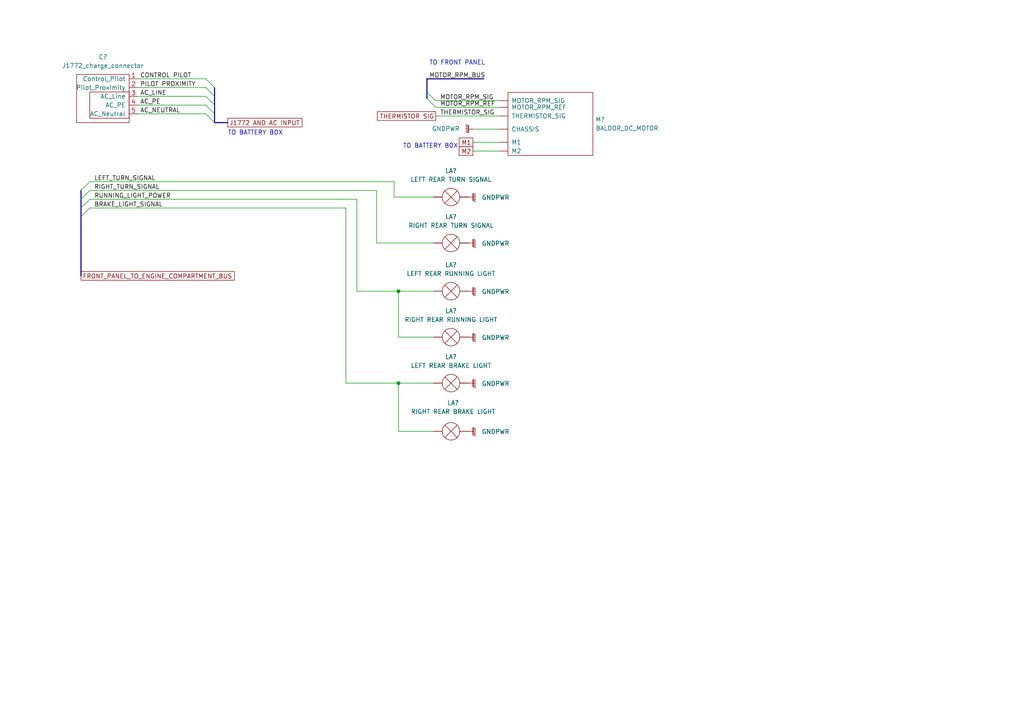
<source format=kicad_sch>
(kicad_sch (version 20211123) (generator eeschema)
  (paper "A4")
  (lib_symbols
    (symbol "Device:Lamp" (pin_numbers hide) (pin_names (offset 0.0254) hide)
      (property "Reference" "LA" (at 0.635 3.81 0))
      (property "Value" "Lamp" (at 0.635 -3.81 0))
      (symbol "Lamp_0_1"
        (polyline (pts (xy -1.778 1.778) (xy 1.778 -1.778)))
        (polyline (pts (xy 1.778 1.778) (xy -1.778 -1.778)))
        (circle (center 0 0) (radius 2.54))
      )
      (symbol "Lamp_1_1"
        (pin passive line (at 0 -5.08 90) (length 2.54) (name "-") (number "1"))
        (pin passive line (at 0 5.08 270) (length 2.54) (name "+") (number "2"))
      )
    )
    (symbol "matt's custom carp:BALDOR_DC_MOTOR" (pin_names (offset 1.016))
      (property "Reference" "M" (at 3.81 19.304 0))
      (property "Value" "BALDOR_DC_MOTOR" (at 17.78 19.304 0))
      (symbol "BALDOR_DC_MOTOR_0_0"
        (rectangle (start 2.54 18.288) (end 27.178 0))
      )
      (symbol "BALDOR_DC_MOTOR_1_1"
        (pin passive line (at 0 13.97 0) (length 2.54) (name "MOTOR_RPM_REF") (number ""))
        (pin output line (at 0 15.875 0) (length 2.54) (name "MOTOR_RPM_SIG") (number ""))
        (pin passive line (at 0 7.62 0) (length 2.54) (name "CHASSIS") (number "~"))
        (pin power_in line (at 0 3.81 0) (length 2.54) (name "M1") (number "~"))
        (pin power_in line (at 0 1.27 0) (length 2.54) (name "M2") (number "~"))
        (pin input line (at 0 11.43 0) (length 2.54) (name "THERMISTOR_SIG") (number "~"))
      )
    )
    (symbol "matt's custom carp:J1772_charge_connector" (pin_names (offset 1.016))
      (property "Reference" "C" (at 1.27 1.27 0))
      (property "Value" "J1772_charge_connector" (at 11.43 15.5194 0))
      (symbol "J1772_charge_connector_0_1"
        (rectangle (start 0 0) (end 15.24 13.97))
        (rectangle (start 15.24 8.89) (end 3.81 1.27))
      )
      (symbol "J1772_charge_connector_1_1"
        (pin passive line (at 17.78 12.7 180) (length 2.54) (name "Control_Pilot") (number "1"))
        (pin passive line (at 17.78 10.16 180) (length 2.54) (name "Pilot_Proximity") (number "2"))
        (pin output line (at 17.78 7.62 180) (length 2.54) (name "AC_Line") (number "3"))
        (pin output line (at 17.78 5.08 180) (length 2.54) (name "AC_PE") (number "4"))
        (pin output line (at 17.78 2.54 180) (length 2.54) (name "AC_Neutral") (number "5"))
      )
    )
    (symbol "power:GNDPWR" (power) (pin_names (offset 0))
      (property "Value" "GNDPWR" (at 0 -3.302 0))
      (symbol "GNDPWR_0_1"
        (polyline (pts (xy 0 -1.27) (xy 0 0)))
        (polyline (pts (xy -1.016 -1.27) (xy -1.27 -2.032) (xy -1.27 -2.032)) (stroke (width 0.2032)))
        (polyline (pts (xy -0.508 -1.27) (xy -0.762 -2.032) (xy -0.762 -2.032)) (stroke (width 0.2032)))
        (polyline (pts (xy 0 -1.27) (xy -0.254 -2.032) (xy -0.254 -2.032)) (stroke (width 0.2032)))
        (polyline (pts (xy 0.508 -1.27) (xy 0.254 -2.032) (xy 0.254 -2.032)) (stroke (width 0.2032)))
        (polyline (pts (xy 1.016 -1.27) (xy -1.016 -1.27) (xy -1.016 -1.27)) (stroke (width 0.2032)))
        (polyline (pts (xy 1.016 -1.27) (xy 0.762 -2.032) (xy 0.762 -2.032) (xy 0.762 -2.032)) (stroke (width 0.2032)))
      )
      (symbol "GNDPWR_1_1"
        (pin power_in line (at 0 0 270) (length 0) hide (name "GNDPWR") (number "1"))
      )
    )
  )
  (junction (at 115.57 111.125))
  (junction (at 115.57 84.455))
  (bus_entry (at 23.495 60.325) (size 2.54 -2.54))
  (bus_entry (at 59.69 27.94) (size 2.54 2.54))
  (bus_entry (at 59.69 33.02) (size 2.54 2.54))
  (bus_entry (at 59.69 30.48) (size 2.54 2.54))
  (bus_entry (at 123.825 28.575) (size 2.54 2.54))
  (bus_entry (at 23.495 57.785) (size 2.54 -2.54))
  (bus_entry (at 59.69 25.4) (size 2.54 2.54))
  (bus_entry (at 59.69 22.86) (size 2.54 2.54))
  (bus_entry (at 123.825 26.67) (size 2.54 2.54))
  (bus_entry (at 23.495 62.865) (size 2.54 -2.54))
  (bus_entry (at 23.495 55.245) (size 2.54 -2.54))
  (wire (pts (xy 114.3 52.705) (xy 114.3 57.15)))
  (wire (pts (xy 26.035 60.325) (xy 100.33 60.325)))
  (wire (pts (xy 26.035 52.705) (xy 114.3 52.705)))
  (wire (pts (xy 137.16 43.815) (xy 144.78 43.815)))
  (wire (pts (xy 40.005 22.86) (xy 59.69 22.86)))
  (wire (pts (xy 40.005 30.48) (xy 59.69 30.48)))
  (wire (pts (xy 100.33 111.125) (xy 100.33 60.325)))
  (wire (pts (xy 26.035 55.245) (xy 109.22 55.245)))
  (bus (pts (xy 23.495 57.785) (xy 23.495 60.325)))
  (bus (pts (xy 123.825 22.86) (xy 140.335 22.86)))
  (wire (pts (xy 126.365 33.655) (xy 144.78 33.655)))
  (wire (pts (xy 137.16 37.465) (xy 144.78 37.465)))
  (wire (pts (xy 115.57 111.125) (xy 100.33 111.125)))
  (wire (pts (xy 109.22 70.485) (xy 109.22 55.245)))
  (wire (pts (xy 115.57 84.455) (xy 125.73 84.455)))
  (wire (pts (xy 40.005 25.4) (xy 59.69 25.4)))
  (wire (pts (xy 26.035 57.785) (xy 103.505 57.785)))
  (wire (pts (xy 125.73 125.095) (xy 115.57 125.095)))
  (wire (pts (xy 103.505 84.455) (xy 103.505 57.785)))
  (wire (pts (xy 40.005 33.02) (xy 59.69 33.02)))
  (bus (pts (xy 23.495 55.245) (xy 23.495 57.785)))
  (wire (pts (xy 115.57 125.095) (xy 115.57 111.125)))
  (wire (pts (xy 40.005 27.94) (xy 59.69 27.94)))
  (bus (pts (xy 62.23 35.56) (xy 66.04 35.56)))
  (bus (pts (xy 62.23 27.94) (xy 62.23 30.48)))
  (wire (pts (xy 126.365 31.115) (xy 144.78 31.115)))
  (bus (pts (xy 62.23 30.48) (xy 62.23 33.02)))
  (wire (pts (xy 115.57 84.455) (xy 103.505 84.455)))
  (wire (pts (xy 137.16 41.275) (xy 144.78 41.275)))
  (wire (pts (xy 125.73 97.79) (xy 115.57 97.79)))
  (bus (pts (xy 62.23 25.4) (xy 62.23 27.94)))
  (bus (pts (xy 62.23 33.02) (xy 62.23 35.56)))
  (wire (pts (xy 115.57 111.125) (xy 125.73 111.125)))
  (bus (pts (xy 123.825 26.67) (xy 123.825 28.575)))
  (bus (pts (xy 23.495 60.325) (xy 23.495 62.865)))
  (wire (pts (xy 115.57 97.79) (xy 115.57 84.455)))
  (wire (pts (xy 125.73 70.485) (xy 109.22 70.485)))
  (bus (pts (xy 23.495 62.865) (xy 23.495 80.01)))
  (wire (pts (xy 126.365 29.21) (xy 144.78 29.21)))
  (bus (pts (xy 123.825 22.86) (xy 123.825 26.67)))
  (wire (pts (xy 114.3 57.15) (xy 125.73 57.15)))
  (text "TO BATTERY BOX" (at 66.04 39.37 0) (effects (font (size 1.27 1.27)) (justify left bottom)))
  (text "TO BATTERY BOX" (at 116.84 43.18 0) (effects (font (size 1.27 1.27)) (justify left bottom)))
  (text "TO FRONT PANEL" (at 124.46 19.05 0) (effects (font (size 1.27 1.27)) (justify left bottom)))
  (label "LEFT_TURN_SIGNAL" (at 27.305 52.705 0))
  (label "RIGHT_TURN_SIGNAL" (at 27.305 55.245 0))
  (label "AC_NEUTRAL" (at 40.64 33.02 0))
  (label "RUNNING_LIGHT_POWER" (at 27.305 57.785 0))
  (label "THERMISTOR_SIG" (at 127.635 33.655 0))
  (label "AC_LINE" (at 40.64 27.94 0))
  (label "CONTROL PILOT" (at 40.64 22.86 0))
  (label "PILOT PROXIMITY" (at 40.64 25.4 0))
  (label "AC_PE" (at 40.64 30.48 0))
  (label "MOTOR_RPM_SIG" (at 127.635 29.21 0))
  (label "MOTOR_RPM_BUS" (at 124.46 22.86 0))
  (label "BRAKE_LIGHT_SIGNAL" (at 27.305 60.325 0))
  (label "MOTOR_RPM_REF" (at 127.635 31.115 0))
  (global_label "FRONT_PANEL_TO_ENGINE_COMPARTMENT_BUS" (shape passive) (at 23.495 80.01 0) (property "Intersheet References" "${INTERSHEET_REFS}" (effects hide)))
  (global_label "M2" (shape passive) (at 137.16 43.815 180) (property "Intersheet References" "${INTERSHEET_REFS}" (effects hide)))
  (global_label "J1772 AND AC INPUT" (shape passive) (at 66.04 35.56 0) (property "Intersheet References" "${INTERSHEET_REFS}" (effects hide)))
  (global_label "THERMISTOR SIG" (shape passive) (at 126.365 33.655 180) (property "Intersheet References" "${INTERSHEET_REFS}" (effects hide)))
  (global_label "M1" (shape passive) (at 137.16 41.275 180) (property "Intersheet References" "${INTERSHEET_REFS}" (effects hide)))
  (symbol (lib_id "power:GNDPWR") (at 135.89 111.125 90) (unit 1)
    (property "Reference" "#PWR?" (effects hide))
    (property "Value" "GNDPWR" (at 139.7 111.2519 90) (effects (justify right)))
  )
  (symbol (lib_id "power:GNDPWR") (at 135.89 125.095 90) (unit 1)
    (property "Reference" "#PWR?" (effects hide))
    (property "Value" "GNDPWR" (at 139.7 125.2219 90) (effects (justify right)))
  )
  (symbol (lib_id "power:GNDPWR") (at 135.89 97.79 90) (unit 1)
    (property "Reference" "#PWR?" (effects hide))
    (property "Value" "GNDPWR" (at 139.7 97.9169 90) (effects (justify right)))
  )
  (symbol (lib_id "power:GNDPWR") (at 135.89 70.485 90) (unit 1)
    (property "Reference" "#PWR?" (effects hide))
    (property "Value" "GNDPWR" (at 139.7 70.6119 90) (effects (justify right)))
  )
  (symbol (lib_id "matt's custom carp:J1772_charge_connector") (at 22.225 35.56 0) (unit 1)
    (property "Reference" "C?" (at 29.845 16.51 0))
    (property "Value" "J1772_charge_connector" (at 29.845 19.05 0))
  )
  (symbol (lib_id "Device:Lamp") (at 130.81 125.095 90) (unit 1)
    (property "Reference" "LA?" (at 131.445 116.84 90))
    (property "Value" "RIGHT REAR BRAKE LIGHT" (at 131.445 119.38 90))
  )
  (symbol (lib_id "Device:Lamp") (at 130.81 84.455 90) (unit 1)
    (property "Reference" "LA?" (at 130.81 76.835 90))
    (property "Value" "LEFT REAR RUNNING LIGHT" (at 130.81 79.375 90))
  )
  (symbol (lib_id "power:GNDPWR") (at 137.16 37.465 270) (unit 1)
    (property "Reference" "#PWR?" (effects hide))
    (property "Value" "GNDPWR" (at 133.35 37.3379 90) (effects (justify right)))
  )
  (symbol (lib_id "Device:Lamp") (at 130.81 111.125 90) (unit 1)
    (property "Reference" "LA?" (at 130.81 103.505 90))
    (property "Value" "LEFT REAR BRAKE LIGHT" (at 130.81 106.045 90))
  )
  (symbol (lib_id "power:GNDPWR") (at 135.89 84.455 90) (unit 1)
    (property "Reference" "#PWR?" (effects hide))
    (property "Value" "GNDPWR" (at 139.7 84.5819 90) (effects (justify right)))
  )
  (symbol (lib_id "matt's custom carp:BALDOR_DC_MOTOR") (at 144.78 45.085 0) (unit 1)
    (property "Reference" "M?" (at 172.72 34.6709 0) (effects (justify left)))
    (property "Value" "BALDOR_DC_MOTOR" (at 172.72 37.2109 0) (effects (justify left)))
  )
  (symbol (lib_id "Device:Lamp") (at 130.81 57.15 90) (unit 1)
    (property "Reference" "LA?" (at 130.81 49.53 90))
    (property "Value" "LEFT REAR TURN SIGNAL" (at 130.81 52.07 90))
  )
  (symbol (lib_id "Device:Lamp") (at 130.81 97.79 90) (unit 1)
    (property "Reference" "LA?" (at 130.81 90.17 90))
    (property "Value" "RIGHT REAR RUNNING LIGHT" (at 130.81 92.71 90))
  )
  (symbol (lib_id "Device:Lamp") (at 130.81 70.485 90) (unit 1)
    (property "Reference" "LA?" (at 130.81 62.865 90))
    (property "Value" "RIGHT REAR TURN SIGNAL" (at 130.81 65.405 90))
  )
  (symbol (lib_id "power:GNDPWR") (at 135.89 57.15 90) (unit 1)
    (property "Reference" "#PWR?" (effects hide))
    (property "Value" "GNDPWR" (at 139.7 57.2769 90) (effects (justify right)))
  )
)
</source>
